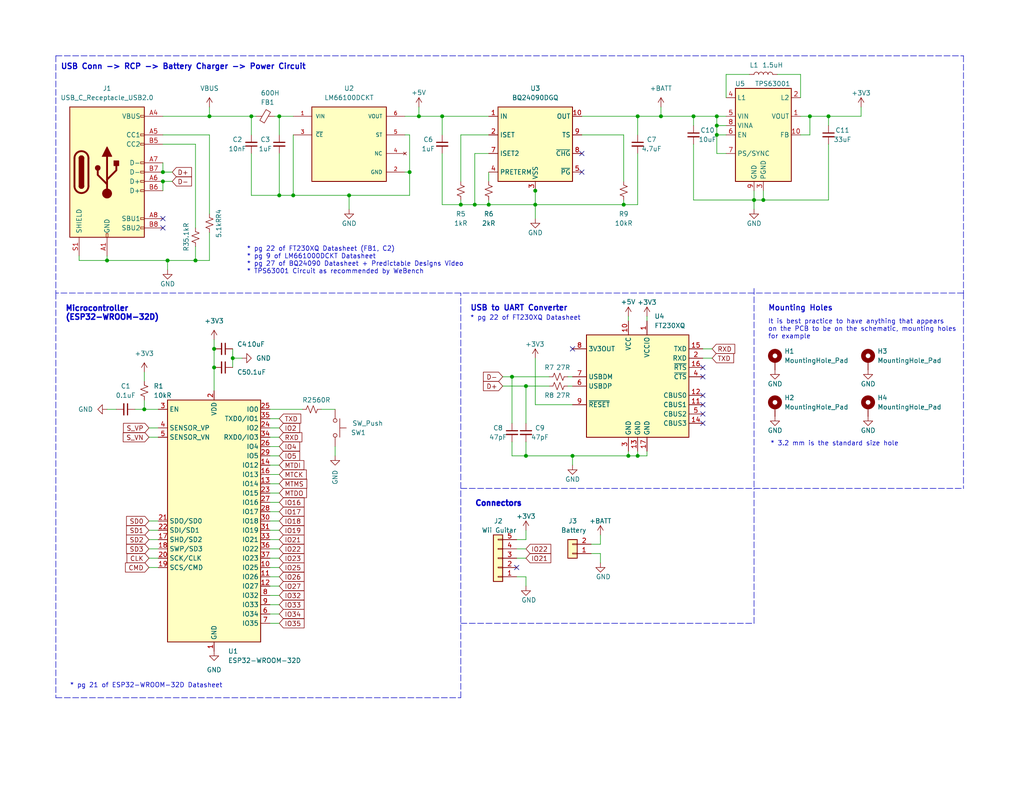
<source format=kicad_sch>
(kicad_sch (version 20211123) (generator eeschema)
  (paper "USLetter")
  (title_block (title "Wii Guitar to HID Converter") (date "2023-02-10") (comment 1 "Author: Kai Roy"))
  (lib_symbols
    (symbol "Battery_Management:BQ24090DGQ"
      (property "Reference" "U" (at -9.398 13.462 0))
      (property "Value" "BQ24090DGQ" (at -3.81 11.43 0))
      (symbol "BQ24090DGQ_0_1"
        (rectangle (start -10.16 10.16) (end 10.16 -10.16) (stroke (width 0.254)) (fill (type background)))
      )
      (symbol "BQ24090DGQ_1_1"
        (pin power_in line (at -12.7 7.62 0) (length 2.54) (name "IN") (number "1"))
        (pin power_out line (at 12.7 7.62 180) (length 2.54) (name "OUT") (number "10"))
        (pin passive line (at 0 -12.7 90) (length 2.54) hide (name "VSS") (number "11"))
        (pin passive line (at -12.7 2.54 0) (length 2.54) (name "ISET") (number "2"))
        (pin power_in line (at 0 -12.7 90) (length 2.54) (name "VSS") (number "3"))
        (pin passive line (at -12.7 -7.62 0) (length 2.54) (name "PRETERM") (number "4"))
        (pin open_collector line (at 12.7 -7.62 180) (length 2.54) (name "~{PG}") (number "5"))
        (pin no_connect line (at 5.08 -10.16 90) (length 2.54) hide (name "NC") (number "6"))
        (pin passive line (at -12.7 -2.54 0) (length 2.54) (name "ISET2") (number "7"))
        (pin open_collector line (at 12.7 -2.54 180) (length 2.54) (name "~{CHG}") (number "8"))
        (pin passive line (at 12.7 2.54 180) (length 2.54) (name "TS") (number "9"))
      )
    )
    (symbol "Connector:USB_C_Receptacle_USB2.0" (pin_names (offset 1.016))
      (property "Reference" "J" (at -10.16 19.05 0))
      (property "Value" "USB_C_Receptacle_USB2.0" (at 19.05 19.05 0))
      (symbol "USB_C_Receptacle_USB2.0_0_0"
        (rectangle (start -0.254 -17.78) (end 0.254 -16.764))
        (rectangle (start 10.16 -14.986) (end 9.144 -15.494))
        (rectangle (start 10.16 -12.446) (end 9.144 -12.954))
        (rectangle (start 10.16 -4.826) (end 9.144 -5.334))
        (rectangle (start 10.16 -2.286) (end 9.144 -2.794))
        (rectangle (start 10.16 0.254) (end 9.144 -0.254))
        (rectangle (start 10.16 2.794) (end 9.144 2.286))
        (rectangle (start 10.16 7.874) (end 9.144 7.366))
        (rectangle (start 10.16 10.414) (end 9.144 9.906))
        (rectangle (start 10.16 15.494) (end 9.144 14.986))
      )
      (symbol "USB_C_Receptacle_USB2.0_0_1"
        (rectangle (start -10.16 17.78) (end 10.16 -17.78) (stroke (width 0.254)) (fill (type background)))
        (arc (start -8.89 -3.81) (mid -6.985 -5.715) (end -5.08 -3.81) (stroke (width 0.508)))
        (arc (start -7.62 -3.81) (mid -6.985 -4.445) (end -6.35 -3.81) (stroke (width 0.254)))
        (arc (start -7.62 -3.81) (mid -6.985 -4.445) (end -6.35 -3.81) (stroke (width 0.254)) (fill (type outline)))
        (rectangle (start -7.62 -3.81) (end -6.35 3.81) (stroke (width 0.254)) (fill (type outline)))
        (arc (start -6.35 3.81) (mid -6.985 4.445) (end -7.62 3.81) (stroke (width 0.254)))
        (arc (start -6.35 3.81) (mid -6.985 4.445) (end -7.62 3.81) (stroke (width 0.254)) (fill (type outline)))
        (arc (start -5.08 3.81) (mid -6.985 5.715) (end -8.89 3.81) (stroke (width 0.508)))
        (circle (center -2.54 1.143) (radius 0.635) (stroke (width 0.254)) (fill (type outline)))
        (circle (center 0 -5.842) (radius 1.27) (fill (type outline)))
        (polyline (pts (xy -8.89 -3.81) (xy -8.89 3.81)) (stroke (width 0.508)))
        (polyline (pts (xy -5.08 3.81) (xy -5.08 -3.81)) (stroke (width 0.508)))
        (polyline (pts (xy 0 -5.842) (xy 0 4.318)) (stroke (width 0.508)))
        (polyline (pts (xy 0 -3.302) (xy -2.54 -0.762) (xy -2.54 0.508)) (stroke (width 0.508)))
        (polyline (pts (xy 0 -2.032) (xy 2.54 0.508) (xy 2.54 1.778)) (stroke (width 0.508)))
        (polyline (pts (xy -1.27 4.318) (xy 0 6.858) (xy 1.27 4.318) (xy -1.27 4.318)) (stroke (width 0.254)) (fill (type outline)))
        (rectangle (start 1.905 1.778) (end 3.175 3.048) (stroke (width 0.254)) (fill (type outline)))
      )
      (symbol "USB_C_Receptacle_USB2.0_1_1"
        (pin passive line (at 0 -22.86 90) (length 5.08) (name "GND") (number "A1"))
        (pin passive line (at 0 -22.86 90) (length 5.08) hide (name "GND") (number "A12"))
        (pin passive line (at 15.24 15.24 180) (length 5.08) (name "VBUS") (number "A4"))
        (pin bidirectional line (at 15.24 10.16 180) (length 5.08) (name "CC1") (number "A5"))
        (pin bidirectional line (at 15.24 -2.54 180) (length 5.08) (name "D+") (number "A6"))
        (pin bidirectional line (at 15.24 2.54 180) (length 5.08) (name "D-") (number "A7"))
        (pin bidirectional line (at 15.24 -12.7 180) (length 5.08) (name "SBU1") (number "A8"))
        (pin passive line (at 15.24 15.24 180) (length 5.08) hide (name "VBUS") (number "A9"))
        (pin passive line (at 0 -22.86 90) (length 5.08) hide (name "GND") (number "B1"))
        (pin passive line (at 0 -22.86 90) (length 5.08) hide (name "GND") (number "B12"))
        (pin passive line (at 15.24 15.24 180) (length 5.08) hide (name "VBUS") (number "B4"))
        (pin bidirectional line (at 15.24 7.62 180) (length 5.08) (name "CC2") (number "B5"))
        (pin bidirectional line (at 15.24 -5.08 180) (length 5.08) (name "D+") (number "B6"))
        (pin bidirectional line (at 15.24 0 180) (length 5.08) (name "D-") (number "B7"))
        (pin bidirectional line (at 15.24 -15.24 180) (length 5.08) (name "SBU2") (number "B8"))
        (pin passive line (at 15.24 15.24 180) (length 5.08) hide (name "VBUS") (number "B9"))
        (pin passive line (at -7.62 -22.86 90) (length 5.08) (name "SHIELD") (number "S1"))
      )
    )
    (symbol "Connector_Generic:Conn_01x02" (pin_names (offset 1.016) hide)
      (property "Reference" "J" (at 0 2.54 0))
      (property "Value" "Conn_01x02" (at 0 -5.08 0))
      (symbol "Conn_01x02_1_1"
        (rectangle (start -1.27 -2.413) (end 0 -2.667) (stroke (width 0.1524)))
        (rectangle (start -1.27 0.127) (end 0 -0.127) (stroke (width 0.1524)))
        (rectangle (start -1.27 1.27) (end 1.27 -3.81) (stroke (width 0.254)) (fill (type background)))
        (pin passive line (at -5.08 0 0) (length 3.81) (name "Pin_1") (number "1"))
        (pin passive line (at -5.08 -2.54 0) (length 3.81) (name "Pin_2") (number "2"))
      )
    )
    (symbol "Connector_Generic:Conn_01x05" (pin_names (offset 1.016) hide)
      (property "Reference" "J" (at 0 7.62 0))
      (property "Value" "Conn_01x05" (at 0 -7.62 0))
      (symbol "Conn_01x05_1_1"
        (rectangle (start -1.27 -4.953) (end 0 -5.207) (stroke (width 0.1524)))
        (rectangle (start -1.27 -2.413) (end 0 -2.667) (stroke (width 0.1524)))
        (rectangle (start -1.27 0.127) (end 0 -0.127) (stroke (width 0.1524)))
        (rectangle (start -1.27 2.667) (end 0 2.413) (stroke (width 0.1524)))
        (rectangle (start -1.27 5.207) (end 0 4.953) (stroke (width 0.1524)))
        (rectangle (start -1.27 6.35) (end 1.27 -6.35) (stroke (width 0.254)) (fill (type background)))
        (pin passive line (at -5.08 5.08 0) (length 3.81) (name "Pin_1") (number "1"))
        (pin passive line (at -5.08 2.54 0) (length 3.81) (name "Pin_2") (number "2"))
        (pin passive line (at -5.08 0 0) (length 3.81) (name "Pin_3") (number "3"))
        (pin passive line (at -5.08 -2.54 0) (length 3.81) (name "Pin_4") (number "4"))
        (pin passive line (at -5.08 -5.08 0) (length 3.81) (name "Pin_5") (number "5"))
      )
    )
    (symbol "Device:C_Small" (pin_numbers hide) (pin_names (offset 0.254) hide)
      (property "Reference" "C" (at 0.254 1.778 0))
      (property "Value" "C_Small" (at 0.254 -2.032 0))
      (symbol "C_Small_0_1"
        (polyline (pts (xy -1.524 -0.508) (xy 1.524 -0.508)) (stroke (width 0.3302)))
        (polyline (pts (xy -1.524 0.508) (xy 1.524 0.508)) (stroke (width 0.3048)))
      )
      (symbol "C_Small_1_1"
        (pin passive line (at 0 2.54 270) (length 2.032) (name "~") (number "1"))
        (pin passive line (at 0 -2.54 90) (length 2.032) (name "~") (number "2"))
      )
    )
    (symbol "Device:FerriteBead_Small" (pin_numbers hide) (pin_names (offset 0))
      (property "Reference" "FB" (at 1.905 1.27 0))
      (property "Value" "FerriteBead_Small" (at 1.905 -1.27 0))
      (symbol "FerriteBead_Small_0_1"
        (polyline (pts (xy 0 -1.27) (xy 0 -0.7874)))
        (polyline (pts (xy 0 0.889) (xy 0 1.2954)))
        (polyline (pts (xy -1.8288 0.2794) (xy -1.1176 1.4986) (xy 1.8288 -0.2032) (xy 1.1176 -1.4224) (xy -1.8288 0.2794)))
      )
      (symbol "FerriteBead_Small_1_1"
        (pin passive line (at 0 2.54 270) (length 1.27) (name "~") (number "1"))
        (pin passive line (at 0 -2.54 90) (length 1.27) (name "~") (number "2"))
      )
    )
    (symbol "Device:L" (pin_numbers hide) (pin_names (offset 1.016) hide)
      (property "Reference" "L" (at -1.27 0 90))
      (property "Value" "L" (at 1.905 0 90))
      (symbol "L_0_1"
        (arc (start 0 -2.54) (mid 0.635 -1.905) (end 0 -1.27))
        (arc (start 0 -1.27) (mid 0.635 -0.635) (end 0 0))
        (arc (start 0 0) (mid 0.635 0.635) (end 0 1.27))
        (arc (start 0 1.27) (mid 0.635 1.905) (end 0 2.54))
      )
      (symbol "L_1_1"
        (pin passive line (at 0 3.81 270) (length 1.27) (name "1") (number "1"))
        (pin passive line (at 0 -3.81 90) (length 1.27) (name "2") (number "2"))
      )
    )
    (symbol "Device:R_Small_US" (pin_numbers hide) (pin_names (offset 0.254) hide)
      (property "Reference" "R" (at 0.762 0.508 0))
      (property "Value" "R_Small_US" (at 0.762 -1.016 0))
      (symbol "R_Small_US_1_1"
        (polyline (pts (xy 0 0) (xy 1.016 -0.381) (xy 0 -0.762) (xy -1.016 -1.143) (xy 0 -1.524)))
        (polyline (pts (xy 0 1.524) (xy 1.016 1.143) (xy 0 0.762) (xy -1.016 0.381) (xy 0 0)))
        (pin passive line (at 0 2.54 270) (length 1.016) (name "~") (number "1"))
        (pin passive line (at 0 -2.54 90) (length 1.016) (name "~") (number "2"))
      )
    )
    (symbol "Interface_USB:FT230XQ"
      (property "Reference" "U" (at -13.97 15.24 0))
      (property "Value" "FT230XQ" (at 7.62 15.24 0))
      (symbol "FT230XQ_0_1"
        (rectangle (start -13.97 13.97) (end 13.97 -13.97) (stroke (width 0.254)) (fill (type background)))
      )
      (symbol "FT230XQ_1_1"
        (pin power_in line (at 2.54 17.78 270) (length 3.81) (name "VCCIO") (number "1"))
        (pin power_in line (at -2.54 17.78 270) (length 3.81) (name "VCC") (number "10"))
        (pin bidirectional line (at 17.78 -5.08 180) (length 3.81) (name "CBUS1") (number "11"))
        (pin bidirectional line (at 17.78 -2.54 180) (length 3.81) (name "CBUS0") (number "12"))
        (pin power_in line (at 0 -17.78 90) (length 3.81) (name "GND") (number "13"))
        (pin bidirectional line (at 17.78 -10.16 180) (length 3.81) (name "CBUS3") (number "14"))
        (pin output line (at 17.78 10.16 180) (length 3.81) (name "TXD") (number "15"))
        (pin output line (at 17.78 5.08 180) (length 3.81) (name "~{RTS}") (number "16"))
        (pin power_in line (at 2.54 -17.78 90) (length 3.81) (name "GND") (number "17"))
        (pin input line (at 17.78 7.62 180) (length 3.81) (name "RXD") (number "2"))
        (pin power_in line (at -2.54 -17.78 90) (length 3.81) (name "GND") (number "3"))
        (pin input line (at 17.78 2.54 180) (length 3.81) (name "~{CTS}") (number "4"))
        (pin bidirectional line (at 17.78 -7.62 180) (length 3.81) (name "CBUS2") (number "5"))
        (pin bidirectional line (at -17.78 0 0) (length 3.81) (name "USBDP") (number "6"))
        (pin bidirectional line (at -17.78 2.54 0) (length 3.81) (name "USBDM") (number "7"))
        (pin power_out line (at -17.78 10.16 0) (length 3.81) (name "3V3OUT") (number "8"))
        (pin input line (at -17.78 -5.08 0) (length 3.81) (name "~{RESET}") (number "9"))
      )
    )
    (symbol "LM66100DCKT:LM66100DCKT" (pin_names (offset 1.016))
      (property "Reference" "U" (at -10.16 10.922 0))
      (property "Value" "LM66100DCKT" (at -10.16 -10.922 0))
      (symbol "LM66100DCKT_0_0"
        (rectangle (start -10.16 -10.16) (end 10.16 10.16) (stroke (width 0.254)) (fill (type background)))
        (pin input line (at -15.24 7.62 0) (length 5.08) (name "VIN") (number "1"))
        (pin power_in line (at 15.24 -7.62 180) (length 5.08) (name "GND") (number "2"))
        (pin input line (at -15.24 2.54 0) (length 5.08) (name "~{CE}") (number "3"))
        (pin no_connect line (at 15.24 -2.54 180) (length 5.08) (name "NC") (number "4"))
        (pin output line (at 15.24 2.54 180) (length 5.08) (name "ST") (number "5"))
        (pin output line (at 15.24 7.62 180) (length 5.08) (name "VOUT") (number "6"))
      )
    )
    (symbol "Mechanical:MountingHole_Pad" (pin_numbers hide) (pin_names (offset 1.016) hide)
      (property "Reference" "H" (at 0 6.35 0))
      (property "Value" "MountingHole_Pad" (at 0 4.445 0))
      (symbol "MountingHole_Pad_0_1"
        (circle (center 0 1.27) (radius 1.27) (stroke (width 1.27)))
      )
      (symbol "MountingHole_Pad_1_1"
        (pin input line (at 0 -2.54 90) (length 2.54) (name "1") (number "1"))
      )
    )
    (symbol "RF_Module:ESP32-WROOM-32D"
      (property "Reference" "U" (at -12.7 34.29 0))
      (property "Value" "ESP32-WROOM-32D" (at 1.27 34.29 0))
      (symbol "ESP32-WROOM-32D_0_1"
        (rectangle (start -12.7 33.02) (end 12.7 -33.02) (stroke (width 0.254)) (fill (type background)))
      )
      (symbol "ESP32-WROOM-32D_1_1"
        (pin power_in line (at 0 -35.56 90) (length 2.54) (name "GND") (number "1"))
        (pin bidirectional line (at 15.24 -12.7 180) (length 2.54) (name "IO25") (number "10"))
        (pin bidirectional line (at 15.24 -15.24 180) (length 2.54) (name "IO26") (number "11"))
        (pin bidirectional line (at 15.24 -17.78 180) (length 2.54) (name "IO27") (number "12"))
        (pin bidirectional line (at 15.24 10.16 180) (length 2.54) (name "IO14") (number "13"))
        (pin bidirectional line (at 15.24 15.24 180) (length 2.54) (name "IO12") (number "14"))
        (pin passive line (at 0 -35.56 90) (length 2.54) hide (name "GND") (number "15"))
        (pin bidirectional line (at 15.24 12.7 180) (length 2.54) (name "IO13") (number "16"))
        (pin bidirectional line (at -15.24 -5.08 0) (length 2.54) (name "SHD/SD2") (number "17"))
        (pin bidirectional line (at -15.24 -7.62 0) (length 2.54) (name "SWP/SD3") (number "18"))
        (pin bidirectional line (at -15.24 -12.7 0) (length 2.54) (name "SCS/CMD") (number "19"))
        (pin power_in line (at 0 35.56 270) (length 2.54) (name "VDD") (number "2"))
        (pin bidirectional line (at -15.24 -10.16 0) (length 2.54) (name "SCK/CLK") (number "20"))
        (pin bidirectional line (at -15.24 0 0) (length 2.54) (name "SDO/SD0") (number "21"))
        (pin bidirectional line (at -15.24 -2.54 0) (length 2.54) (name "SDI/SD1") (number "22"))
        (pin bidirectional line (at 15.24 7.62 180) (length 2.54) (name "IO15") (number "23"))
        (pin bidirectional line (at 15.24 25.4 180) (length 2.54) (name "IO2") (number "24"))
        (pin bidirectional line (at 15.24 30.48 180) (length 2.54) (name "IO0") (number "25"))
        (pin bidirectional line (at 15.24 20.32 180) (length 2.54) (name "IO4") (number "26"))
        (pin bidirectional line (at 15.24 5.08 180) (length 2.54) (name "IO16") (number "27"))
        (pin bidirectional line (at 15.24 2.54 180) (length 2.54) (name "IO17") (number "28"))
        (pin bidirectional line (at 15.24 17.78 180) (length 2.54) (name "IO5") (number "29"))
        (pin input line (at -15.24 30.48 0) (length 2.54) (name "EN") (number "3"))
        (pin bidirectional line (at 15.24 0 180) (length 2.54) (name "IO18") (number "30"))
        (pin bidirectional line (at 15.24 -2.54 180) (length 2.54) (name "IO19") (number "31"))
        (pin no_connect line (at -12.7 -27.94 0) (length 2.54) hide (name "NC") (number "32"))
        (pin bidirectional line (at 15.24 -5.08 180) (length 2.54) (name "IO21") (number "33"))
        (pin bidirectional line (at 15.24 22.86 180) (length 2.54) (name "RXD0/IO3") (number "34"))
        (pin bidirectional line (at 15.24 27.94 180) (length 2.54) (name "TXD0/IO1") (number "35"))
        (pin bidirectional line (at 15.24 -7.62 180) (length 2.54) (name "IO22") (number "36"))
        (pin bidirectional line (at 15.24 -10.16 180) (length 2.54) (name "IO23") (number "37"))
        (pin passive line (at 0 -35.56 90) (length 2.54) hide (name "GND") (number "38"))
        (pin passive line (at 0 -35.56 90) (length 2.54) hide (name "GND") (number "39"))
        (pin input line (at -15.24 25.4 0) (length 2.54) (name "SENSOR_VP") (number "4"))
        (pin input line (at -15.24 22.86 0) (length 2.54) (name "SENSOR_VN") (number "5"))
        (pin input line (at 15.24 -25.4 180) (length 2.54) (name "IO34") (number "6"))
        (pin input line (at 15.24 -27.94 180) (length 2.54) (name "IO35") (number "7"))
        (pin bidirectional line (at 15.24 -20.32 180) (length 2.54) (name "IO32") (number "8"))
        (pin bidirectional line (at 15.24 -22.86 180) (length 2.54) (name "IO33") (number "9"))
      )
    )
    (symbol "Regulator_Switching:TPS63001"
      (property "Reference" "U" (at -7.62 13.97 0))
      (property "Value" "TPS63001" (at 5.08 13.97 0))
      (symbol "TPS63001_0_1"
        (rectangle (start -7.62 12.7) (end 7.62 -12.7) (stroke (width 0.254)) (fill (type background)))
      )
      (symbol "TPS63001_1_1"
        (pin power_out line (at 10.16 5.08 180) (length 2.54) (name "VOUT") (number "1"))
        (pin input line (at 10.16 0 180) (length 2.54) (name "FB") (number "10"))
        (pin passive line (at 0 -15.24 90) (length 2.54) hide (name "PGND") (number "11"))
        (pin input line (at 10.16 10.16 180) (length 2.54) (name "L2") (number "2"))
        (pin power_in line (at 0 -15.24 90) (length 2.54) (name "PGND") (number "3"))
        (pin input line (at -10.16 10.16 0) (length 2.54) (name "L1") (number "4"))
        (pin power_in line (at -10.16 5.08 0) (length 2.54) (name "VIN") (number "5"))
        (pin input line (at -10.16 0 0) (length 2.54) (name "EN") (number "6"))
        (pin input line (at -10.16 -5.08 0) (length 2.54) (name "PS/SYNC") (number "7"))
        (pin power_in line (at -10.16 2.54 0) (length 2.54) (name "VINA") (number "8"))
        (pin power_in line (at -2.54 -15.24 90) (length 2.54) (name "GND") (number "9"))
      )
    )
    (symbol "Switch:SW_Push" (pin_numbers hide) (pin_names (offset 1.016) hide)
      (property "Reference" "SW" (at 1.27 2.54 0))
      (property "Value" "SW_Push" (at 0 -1.524 0))
      (symbol "SW_Push_0_1"
        (circle (center -2.032 0) (radius 0.508))
        (polyline (pts (xy 0 1.27) (xy 0 3.048)))
        (polyline (pts (xy 2.54 1.27) (xy -2.54 1.27)))
        (circle (center 2.032 0) (radius 0.508))
        (pin passive line (at -5.08 0 0) (length 2.54) (name "1") (number "1"))
        (pin passive line (at 5.08 0 180) (length 2.54) (name "2") (number "2"))
      )
    )
    (symbol "power:+3V3" (power) (pin_names (offset 0))
      (property "Value" "+3V3" (at 0 3.556 0))
      (symbol "+3V3_0_1"
        (polyline (pts (xy -0.762 1.27) (xy 0 2.54)))
        (polyline (pts (xy 0 0) (xy 0 2.54)))
        (polyline (pts (xy 0 2.54) (xy 0.762 1.27)))
      )
      (symbol "+3V3_1_1"
        (pin power_in line (at 0 0 90) (length 0) hide (name "+3V3") (number "1"))
      )
    )
    (symbol "power:+5V" (power) (pin_names (offset 0))
      (property "Value" "+5V" (at 0 3.556 0))
      (symbol "+5V_0_1"
        (polyline (pts (xy -0.762 1.27) (xy 0 2.54)))
        (polyline (pts (xy 0 0) (xy 0 2.54)))
        (polyline (pts (xy 0 2.54) (xy 0.762 1.27)))
      )
      (symbol "+5V_1_1"
        (pin power_in line (at 0 0 90) (length 0) hide (name "+5V") (number "1"))
      )
    )
    (symbol "power:+BATT" (power) (pin_names (offset 0))
      (property "Value" "+BATT" (at 0 3.556 0))
      (symbol "+BATT_0_1"
        (polyline (pts (xy -0.762 1.27) (xy 0 2.54)))
        (polyline (pts (xy 0 0) (xy 0 2.54)))
        (polyline (pts (xy 0 2.54) (xy 0.762 1.27)))
      )
      (symbol "+BATT_1_1"
        (pin power_in line (at 0 0 90) (length 0) hide (name "+BATT") (number "1"))
      )
    )
    (symbol "power:GND" (power) (pin_names (offset 0))
      (property "Value" "GND" (at 0 -3.81 0))
      (symbol "GND_0_1"
        (polyline (pts (xy 0 0) (xy 0 -1.27) (xy 1.27 -1.27) (xy 0 -2.54) (xy -1.27 -1.27) (xy 0 -1.27)))
      )
      (symbol "GND_1_1"
        (pin power_in line (at 0 0 270) (length 0) hide (name "GND") (number "1"))
      )
    )
    (symbol "power:VBUS" (power) (pin_names (offset 0))
      (property "Value" "VBUS" (at 0 3.81 0))
      (symbol "VBUS_0_1"
        (polyline (pts (xy -0.762 1.27) (xy 0 2.54)))
        (polyline (pts (xy 0 0) (xy 0 2.54)))
        (polyline (pts (xy 0 2.54) (xy 0.762 1.27)))
      )
      (symbol "VBUS_1_1"
        (pin power_in line (at 0 0 90) (length 0) hide (name "VBUS") (number "1"))
      )
    )
  )
  (junction (at 139.7 102.87))
  (junction (at 125.73 55.88))
  (junction (at 76.2 53.34))
  (junction (at 170.18 55.88))
  (junction (at 180.34 31.75))
  (junction (at 58.42 95.25))
  (junction (at 58.42 100.33))
  (junction (at 156.21 124.46))
  (junction (at 29.21 71.12))
  (junction (at 111.76 46.99))
  (junction (at 45.72 71.12))
  (junction (at 133.35 55.88))
  (junction (at 53.34 71.12))
  (junction (at 44.45 46.99))
  (junction (at 63.5 97.79))
  (junction (at 120.65 31.75))
  (junction (at 39.37 111.76))
  (junction (at 173.99 31.75))
  (junction (at 68.58 31.75))
  (junction (at 189.23 31.75))
  (junction (at 143.51 105.41))
  (junction (at 205.74 54.61))
  (junction (at 171.45 124.46))
  (junction (at 80.01 53.34))
  (junction (at 195.58 31.75))
  (junction (at 146.05 55.88))
  (junction (at 173.99 124.46))
  (junction (at 143.51 124.46))
  (junction (at 226.06 31.75))
  (junction (at 57.15 31.75))
  (junction (at 114.3 31.75))
  (junction (at 95.25 53.34))
  (junction (at 195.58 34.29))
  (junction (at 208.28 54.61))
  (junction (at 195.58 36.83))
  (junction (at 76.2 31.75))
  (junction (at 146.05 52.07))
  (junction (at 220.98 31.75))
  (junction (at 129.54 55.88))
  (junction (at 44.45 49.53))
  (no_connect (at 191.77 113.03))
  (no_connect (at 191.77 100.33))
  (no_connect (at 158.75 41.91))
  (no_connect (at 191.77 115.57))
  (no_connect (at 156.21 95.25))
  (no_connect (at 191.77 110.49))
  (no_connect (at 191.77 102.87))
  (no_connect (at 140.97 154.94))
  (no_connect (at 44.45 62.23))
  (no_connect (at 44.45 59.69))
  (no_connect (at 191.77 107.95))
  (no_connect (at 158.75 46.99))
  (wire (pts (xy 44.45 49.53) (xy 46.99 49.53)))
  (wire (pts (xy 45.72 71.12) (xy 45.72 73.66)))
  (wire (pts (xy 140.97 147.32) (xy 143.51 147.32)))
  (wire (pts (xy 39.37 111.76) (xy 43.18 111.76)))
  (wire (pts (xy 158.75 36.83) (xy 170.18 36.83)))
  (wire (pts (xy 170.18 54.61) (xy 170.18 55.88)))
  (wire (pts (xy 76.2 36.83) (xy 76.2 31.75)))
  (wire (pts (xy 189.23 39.37) (xy 189.23 54.61)))
  (wire (pts (xy 125.73 54.61) (xy 125.73 55.88)))
  (wire (pts (xy 173.99 41.91) (xy 173.99 55.88)))
  (wire (pts (xy 114.3 29.21) (xy 114.3 31.75)))
  (wire (pts (xy 73.66 134.62) (xy 76.2 134.62)))
  (wire (pts (xy 120.65 36.83) (xy 120.65 31.75)))
  (wire (pts (xy 171.45 86.36) (xy 171.45 87.63)))
  (wire (pts (xy 195.58 36.83) (xy 198.12 36.83)))
  (wire (pts (xy 111.76 46.99) (xy 111.76 53.34)))
  (wire (pts (xy 204.47 20.32) (xy 198.12 20.32)))
  (wire (pts (xy 95.25 53.34) (xy 95.25 57.15)))
  (wire (pts (xy 40.64 144.78) (xy 43.18 144.78)))
  (wire (pts (xy 36.83 111.76) (xy 39.37 111.76)))
  (wire (pts (xy 73.66 165.1) (xy 76.2 165.1)))
  (wire (pts (xy 29.21 111.76) (xy 31.75 111.76)))
  (wire (pts (xy 133.35 41.91) (xy 129.54 41.91)))
  (wire (pts (xy 218.44 20.32) (xy 218.44 26.67)))
  (wire (pts (xy 133.35 46.99) (xy 133.35 49.53)))
  (wire (pts (xy 189.23 31.75) (xy 189.23 34.29)))
  (wire (pts (xy 73.66 162.56) (xy 76.2 162.56)))
  (polyline (pts (xy 262.89 15.24) (xy 262.89 80.01)))
  (wire (pts (xy 171.45 124.46) (xy 156.21 124.46)))
  (wire (pts (xy 146.05 55.88) (xy 146.05 59.69)))
  (wire (pts (xy 53.34 39.37) (xy 53.34 62.23)))
  (polyline (pts (xy 125.73 190.5) (xy 125.73 80.01)))
  (wire (pts (xy 44.45 31.75) (xy 57.15 31.75)))
  (wire (pts (xy 143.51 144.78) (xy 143.51 147.32)))
  (wire (pts (xy 195.58 34.29) (xy 195.58 31.75)))
  (wire (pts (xy 40.64 142.24) (xy 43.18 142.24)))
  (wire (pts (xy 40.64 152.4) (xy 43.18 152.4)))
  (wire (pts (xy 163.83 148.59) (xy 163.83 146.05)))
  (wire (pts (xy 73.66 121.92) (xy 76.2 121.92)))
  (wire (pts (xy 53.34 67.31) (xy 53.34 71.12)))
  (wire (pts (xy 111.76 53.34) (xy 95.25 53.34)))
  (wire (pts (xy 146.05 97.79) (xy 146.05 110.49)))
  (wire (pts (xy 44.45 49.53) (xy 44.45 52.07)))
  (wire (pts (xy 73.66 147.32) (xy 76.2 147.32)))
  (wire (pts (xy 171.45 124.46) (xy 173.99 124.46)))
  (wire (pts (xy 40.64 147.32) (xy 43.18 147.32)))
  (wire (pts (xy 189.23 31.75) (xy 195.58 31.75)))
  (wire (pts (xy 44.45 39.37) (xy 53.34 39.37)))
  (wire (pts (xy 40.64 119.38) (xy 43.18 119.38)))
  (wire (pts (xy 57.15 31.75) (xy 68.58 31.75)))
  (wire (pts (xy 73.66 124.46) (xy 76.2 124.46)))
  (wire (pts (xy 176.53 124.46) (xy 176.53 123.19)))
  (wire (pts (xy 140.97 157.48) (xy 143.51 157.48)))
  (wire (pts (xy 73.66 154.94) (xy 76.2 154.94)))
  (wire (pts (xy 205.74 54.61) (xy 205.74 57.15)))
  (wire (pts (xy 21.59 71.12) (xy 21.59 69.85)))
  (wire (pts (xy 29.21 71.12) (xy 29.21 69.85)))
  (wire (pts (xy 205.74 52.07) (xy 205.74 54.61)))
  (wire (pts (xy 95.25 53.34) (xy 80.01 53.34)))
  (wire (pts (xy 68.58 31.75) (xy 69.85 31.75)))
  (wire (pts (xy 133.35 36.83) (xy 125.73 36.83)))
  (wire (pts (xy 171.45 124.46) (xy 171.45 123.19)))
  (wire (pts (xy 80.01 36.83) (xy 80.01 53.34)))
  (wire (pts (xy 205.74 54.61) (xy 208.28 54.61)))
  (wire (pts (xy 170.18 36.83) (xy 170.18 49.53)))
  (wire (pts (xy 137.16 105.41) (xy 143.51 105.41)))
  (wire (pts (xy 140.97 149.86) (xy 143.51 149.86)))
  (wire (pts (xy 58.42 100.33) (xy 58.42 106.68)))
  (wire (pts (xy 143.51 120.65) (xy 143.51 124.46)))
  (wire (pts (xy 73.66 114.3) (xy 76.2 114.3)))
  (wire (pts (xy 68.58 53.34) (xy 76.2 53.34)))
  (wire (pts (xy 73.66 170.18) (xy 76.2 170.18)))
  (wire (pts (xy 114.3 31.75) (xy 110.49 31.75)))
  (wire (pts (xy 73.66 157.48) (xy 76.2 157.48)))
  (wire (pts (xy 73.66 137.16) (xy 76.2 137.16)))
  (wire (pts (xy 226.06 31.75) (xy 234.95 31.75)))
  (wire (pts (xy 146.05 55.88) (xy 170.18 55.88)))
  (wire (pts (xy 180.34 31.75) (xy 189.23 31.75)))
  (wire (pts (xy 180.34 29.21) (xy 180.34 31.75)))
  (wire (pts (xy 139.7 120.65) (xy 139.7 124.46)))
  (wire (pts (xy 143.51 105.41) (xy 149.86 105.41)))
  (wire (pts (xy 139.7 102.87) (xy 139.7 115.57)))
  (wire (pts (xy 76.2 41.91) (xy 76.2 53.34)))
  (wire (pts (xy 198.12 41.91) (xy 195.58 41.91)))
  (wire (pts (xy 129.54 55.88) (xy 133.35 55.88)))
  (wire (pts (xy 111.76 46.99) (xy 110.49 46.99)))
  (wire (pts (xy 111.76 36.83) (xy 111.76 46.99)))
  (polyline (pts (xy 125.73 170.18) (xy 205.74 170.18)))
  (polyline (pts (xy 262.89 80.01) (xy 262.89 133.35)))
  (wire (pts (xy 143.51 157.48) (xy 143.51 160.02)))
  (wire (pts (xy 73.66 119.38) (xy 76.2 119.38)))
  (wire (pts (xy 73.66 116.84) (xy 76.2 116.84)))
  (wire (pts (xy 110.49 36.83) (xy 111.76 36.83)))
  (wire (pts (xy 156.21 127) (xy 156.21 124.46)))
  (wire (pts (xy 163.83 151.13) (xy 163.83 153.67)))
  (polyline (pts (xy 15.24 15.24) (xy 15.24 80.01)))
  (wire (pts (xy 198.12 20.32) (xy 198.12 26.67)))
  (polyline (pts (xy 262.89 80.01) (xy 15.24 80.01)))
  (wire (pts (xy 146.05 110.49) (xy 156.21 110.49)))
  (wire (pts (xy 74.93 31.75) (xy 76.2 31.75)))
  (wire (pts (xy 139.7 124.46) (xy 143.51 124.46)))
  (wire (pts (xy 226.06 31.75) (xy 226.06 34.29)))
  (wire (pts (xy 143.51 124.46) (xy 156.21 124.46)))
  (wire (pts (xy 58.42 92.71) (xy 58.42 95.25)))
  (wire (pts (xy 170.18 55.88) (xy 173.99 55.88)))
  (wire (pts (xy 73.66 167.64) (xy 76.2 167.64)))
  (wire (pts (xy 129.54 41.91) (xy 129.54 55.88)))
  (wire (pts (xy 63.5 95.25) (xy 63.5 97.79)))
  (wire (pts (xy 29.21 71.12) (xy 45.72 71.12)))
  (wire (pts (xy 173.99 124.46) (xy 176.53 124.46)))
  (wire (pts (xy 120.65 41.91) (xy 120.65 55.88)))
  (wire (pts (xy 68.58 41.91) (xy 68.58 53.34)))
  (wire (pts (xy 73.66 139.7) (xy 76.2 139.7)))
  (wire (pts (xy 68.58 31.75) (xy 68.58 36.83)))
  (wire (pts (xy 176.53 86.36) (xy 176.53 87.63)))
  (wire (pts (xy 133.35 55.88) (xy 146.05 55.88)))
  (wire (pts (xy 73.66 149.86) (xy 76.2 149.86)))
  (wire (pts (xy 146.05 52.07) (xy 146.05 55.88)))
  (wire (pts (xy 76.2 53.34) (xy 80.01 53.34)))
  (wire (pts (xy 191.77 97.79) (xy 194.31 97.79)))
  (wire (pts (xy 133.35 55.88) (xy 133.35 54.61)))
  (wire (pts (xy 73.66 144.78) (xy 76.2 144.78)))
  (wire (pts (xy 73.66 127) (xy 76.2 127)))
  (wire (pts (xy 125.73 55.88) (xy 129.54 55.88)))
  (wire (pts (xy 73.66 111.76) (xy 82.55 111.76)))
  (wire (pts (xy 189.23 54.61) (xy 205.74 54.61)))
  (wire (pts (xy 226.06 39.37) (xy 226.06 54.61)))
  (wire (pts (xy 21.59 71.12) (xy 29.21 71.12)))
  (wire (pts (xy 44.45 46.99) (xy 46.99 46.99)))
  (polyline (pts (xy 205.74 170.18) (xy 205.74 133.35)))
  (wire (pts (xy 39.37 101.6) (xy 39.37 104.14)))
  (wire (pts (xy 220.98 31.75) (xy 218.44 31.75)))
  (wire (pts (xy 173.99 31.75) (xy 180.34 31.75)))
  (wire (pts (xy 173.99 31.75) (xy 173.99 36.83)))
  (wire (pts (xy 226.06 54.61) (xy 208.28 54.61)))
  (wire (pts (xy 195.58 31.75) (xy 198.12 31.75)))
  (wire (pts (xy 154.94 105.41) (xy 156.21 105.41)))
  (wire (pts (xy 57.15 29.21) (xy 57.15 31.75)))
  (wire (pts (xy 40.64 149.86) (xy 43.18 149.86)))
  (wire (pts (xy 114.3 31.75) (xy 120.65 31.75)))
  (wire (pts (xy 195.58 34.29) (xy 198.12 34.29)))
  (wire (pts (xy 87.63 111.76) (xy 91.44 111.76)))
  (wire (pts (xy 125.73 36.83) (xy 125.73 49.53)))
  (wire (pts (xy 143.51 105.41) (xy 143.51 115.57)))
  (wire (pts (xy 53.34 71.12) (xy 57.15 71.12)))
  (polyline (pts (xy 15.24 190.5) (xy 125.73 190.5)))
  (wire (pts (xy 137.16 102.87) (xy 139.7 102.87)))
  (wire (pts (xy 146.05 50.8) (xy 146.05 52.07)))
  (wire (pts (xy 40.64 116.84) (xy 43.18 116.84)))
  (wire (pts (xy 220.98 31.75) (xy 226.06 31.75)))
  (wire (pts (xy 120.65 31.75) (xy 133.35 31.75)))
  (wire (pts (xy 173.99 124.46) (xy 173.99 123.19)))
  (wire (pts (xy 234.95 29.21) (xy 234.95 31.75)))
  (wire (pts (xy 218.44 36.83) (xy 220.98 36.83)))
  (wire (pts (xy 191.77 95.25) (xy 194.31 95.25)))
  (polyline (pts (xy 15.24 80.01) (xy 15.24 190.5)))
  (wire (pts (xy 154.94 102.87) (xy 156.21 102.87)))
  (wire (pts (xy 57.15 36.83) (xy 57.15 58.42)))
  (wire (pts (xy 57.15 63.5) (xy 57.15 71.12)))
  (wire (pts (xy 140.97 152.4) (xy 143.51 152.4)))
  (wire (pts (xy 44.45 36.83) (xy 57.15 36.83)))
  (wire (pts (xy 63.5 97.79) (xy 66.04 97.79)))
  (wire (pts (xy 208.28 52.07) (xy 208.28 54.61)))
  (wire (pts (xy 40.64 154.94) (xy 43.18 154.94)))
  (wire (pts (xy 158.75 31.75) (xy 173.99 31.75)))
  (wire (pts (xy 195.58 41.91) (xy 195.58 36.83)))
  (wire (pts (xy 161.29 148.59) (xy 163.83 148.59)))
  (wire (pts (xy 39.37 109.22) (xy 39.37 111.76)))
  (wire (pts (xy 195.58 36.83) (xy 195.58 34.29)))
  (wire (pts (xy 45.72 71.12) (xy 53.34 71.12)))
  (wire (pts (xy 73.66 129.54) (xy 76.2 129.54)))
  (wire (pts (xy 212.09 20.32) (xy 218.44 20.32)))
  (wire (pts (xy 73.66 152.4) (xy 76.2 152.4)))
  (wire (pts (xy 220.98 36.83) (xy 220.98 31.75)))
  (wire (pts (xy 76.2 31.75) (xy 80.01 31.75)))
  (polyline (pts (xy 125.73 133.35) (xy 262.89 133.35)))
  (wire (pts (xy 58.42 95.25) (xy 58.42 100.33)))
  (wire (pts (xy 73.66 132.08) (xy 76.2 132.08)))
  (wire (pts (xy 161.29 151.13) (xy 163.83 151.13)))
  (wire (pts (xy 73.66 160.02) (xy 76.2 160.02)))
  (wire (pts (xy 63.5 97.79) (xy 63.5 100.33)))
  (wire (pts (xy 139.7 102.87) (xy 149.86 102.87)))
  (wire (pts (xy 73.66 142.24) (xy 76.2 142.24)))
  (polyline (pts (xy 205.74 78.74) (xy 205.74 133.35)))
  (wire (pts (xy 44.45 44.45) (xy 44.45 46.99)))
  (wire (pts (xy 91.44 121.92) (xy 91.44 124.46)))
  (polyline (pts (xy 15.24 15.24) (xy 262.89 15.24)))
  (wire (pts (xy 120.65 55.88) (xy 125.73 55.88)))
  (text "USB Conn -> RCP -> Battery Charger -> Power Circuit\n\n" (at 16.51 21.59 0) (effects (font (size 1.5 1.5) bold) (justify left bottom)))
  (text "Comments" (at 309.88 16.51 0) (effects (font (size 2.5 2.5) (thickness 0.5) bold) (justify left bottom)))
  (text "USB to UART Converter" (at 128.27 85.09 0) (effects (font (size 1.5 1.5) bold) (justify left bottom)))
  (text "Connectors" (at 129.54 138.43 0) (effects (font (size 1.5 1.5) (thickness 0.5) bold) (justify left bottom)))
  (text "It is best practice to have anything that appears\non the PCB to be on the schematic, mounting holes\nfor example\n" (at 209.55 92.71 0) (effects (font (size 1.27 1.27)) (justify left bottom)))
  (text "* pg 22 of FT230XQ Datasheet (FB1, C2)\n* pg 9 of LM661000DCKT Datasheet\n* pg 27 of BQ24090 Datasheet + Predictable Designs Video\n* TPS63001 Circuit as recommended by WeBench" (at 67.31 74.93 0) (effects (font (size 1.27 1.27)) (justify left bottom)))
  (text "USB C Vert connector?\nReconfigure mounting holes (Plate them as well)\nFind U2 Footprint (Check libraries on laptop)\n" (at 309.88 30.48 0) (effects (font (size 2.5 2.5)) (justify left bottom)))
  (text "* pg 22 of FT230XQ Datasheet" (at 128.27 87.63 0) (effects (font (size 1.27 1.27)) (justify left bottom)))
  (text "Mounting Holes" (at 209.55 85.09 0) (effects (font (size 1.5 1.5) (thickness 0.254) bold) (justify left bottom)))
  (text "* pg 21 of ESP32-WROOM-32D Datasheet" (at 19.05 187.96 0) (effects (font (size 1.27 1.27)) (justify left bottom)))
  (text "Microcontroller \n(ESP32-WROOM-32D)" (at 17.78 87.63 0) (effects (font (size 1.5 1.5) (thickness 0.35) bold) (justify left bottom)))
  (text "* 3.2 mm is the standard size hole" (at 210.185 121.92 0) (effects (font (size 1.27 1.27)) (justify left bottom)))
  (global_label "CLK" (shape input) (at 40.64 152.4 180) (property "Intersheet References" "${INTERSHEET_REFS}" (effects hide)))
  (global_label "IO34" (shape input) (at 76.2 167.64 0) (property "Intersheet References" "${INTERSHEET_REFS}" (effects hide)))
  (global_label "MTMS" (shape input) (at 76.2 132.08 0) (property "Intersheet References" "${INTERSHEET_REFS}" (effects hide)))
  (global_label "RXD" (shape input) (at 76.2 119.38 0) (property "Intersheet References" "${INTERSHEET_REFS}" (effects hide)))
  (global_label "IO5" (shape input) (at 76.2 124.46 0) (property "Intersheet References" "${INTERSHEET_REFS}" (effects hide)))
  (global_label "IO33" (shape input) (at 76.2 165.1 0) (property "Intersheet References" "${INTERSHEET_REFS}" (effects hide)))
  (global_label "IO18" (shape input) (at 76.2 142.24 0) (property "Intersheet References" "${INTERSHEET_REFS}" (effects hide)))
  (global_label "TXD" (shape input) (at 194.31 97.79 0) (property "Intersheet References" "${INTERSHEET_REFS}" (effects hide)))
  (global_label "S_VP" (shape input) (at 40.64 116.84 180) (property "Intersheet References" "${INTERSHEET_REFS}" (effects hide)))
  (global_label "TXD" (shape input) (at 76.2 114.3 0) (property "Intersheet References" "${INTERSHEET_REFS}" (effects hide)))
  (global_label "SD1" (shape input) (at 40.64 144.78 180) (property "Intersheet References" "${INTERSHEET_REFS}" (effects hide)))
  (global_label "SD0" (shape input) (at 40.64 142.24 180) (property "Intersheet References" "${INTERSHEET_REFS}" (effects hide)))
  (global_label "MTDO" (shape input) (at 76.2 134.62 0) (property "Intersheet References" "${INTERSHEET_REFS}" (effects hide)))
  (global_label "IO16" (shape input) (at 76.2 137.16 0) (property "Intersheet References" "${INTERSHEET_REFS}" (effects hide)))
  (global_label "IO23" (shape input) (at 76.2 152.4 0) (property "Intersheet References" "${INTERSHEET_REFS}" (effects hide)))
  (global_label "IO17" (shape input) (at 76.2 139.7 0) (property "Intersheet References" "${INTERSHEET_REFS}" (effects hide)))
  (global_label "D+" (shape input) (at 137.16 105.41 180) (property "Intersheet References" "${INTERSHEET_REFS}" (effects hide)))
  (global_label "IO22" (shape input) (at 143.51 149.86 0) (property "Intersheet References" "${INTERSHEET_REFS}" (effects hide)))
  (global_label "IO21" (shape input) (at 76.2 147.32 0) (property "Intersheet References" "${INTERSHEET_REFS}" (effects hide)))
  (global_label "IO35" (shape input) (at 76.2 170.18 0) (property "Intersheet References" "${INTERSHEET_REFS}" (effects hide)))
  (global_label "IO2" (shape input) (at 76.2 116.84 0) (property "Intersheet References" "${INTERSHEET_REFS}" (effects hide)))
  (global_label "CMD" (shape input) (at 40.64 154.94 180) (property "Intersheet References" "${INTERSHEET_REFS}" (effects hide)))
  (global_label "IO19" (shape input) (at 76.2 144.78 0) (property "Intersheet References" "${INTERSHEET_REFS}" (effects hide)))
  (global_label "MTDI" (shape input) (at 76.2 127 0) (property "Intersheet References" "${INTERSHEET_REFS}" (effects hide)))
  (global_label "IO26" (shape input) (at 76.2 157.48 0) (property "Intersheet References" "${INTERSHEET_REFS}" (effects hide)))
  (global_label "IO25" (shape input) (at 76.2 154.94 0) (property "Intersheet References" "${INTERSHEET_REFS}" (effects hide)))
  (global_label "MTCK" (shape input) (at 76.2 129.54 0) (property "Intersheet References" "${INTERSHEET_REFS}" (effects hide)))
  (global_label "IO21" (shape input) (at 143.51 152.4 0) (property "Intersheet References" "${INTERSHEET_REFS}" (effects hide)))
  (global_label "D-" (shape input) (at 46.99 49.53 0) (property "Intersheet References" "${INTERSHEET_REFS}" (effects hide)))
  (global_label "D+" (shape input) (at 46.99 46.99 0) (property "Intersheet References" "${INTERSHEET_REFS}" (effects hide)))
  (global_label "RXD" (shape input) (at 194.31 95.25 0) (property "Intersheet References" "${INTERSHEET_REFS}" (effects hide)))
  (global_label "S_VN" (shape input) (at 40.64 119.38 180) (property "Intersheet References" "${INTERSHEET_REFS}" (effects hide)))
  (global_label "IO4" (shape input) (at 76.2 121.92 0) (property "Intersheet References" "${INTERSHEET_REFS}" (effects hide)))
  (global_label "IO22" (shape input) (at 76.2 149.86 0) (property "Intersheet References" "${INTERSHEET_REFS}" (effects hide)))
  (global_label "IO27" (shape input) (at 76.2 160.02 0) (property "Intersheet References" "${INTERSHEET_REFS}" (effects hide)))
  (global_label "SD2" (shape input) (at 40.64 147.32 180) (property "Intersheet References" "${INTERSHEET_REFS}" (effects hide)))
  (global_label "IO32" (shape input) (at 76.2 162.56 0) (property "Intersheet References" "${INTERSHEET_REFS}" (effects hide)))
  (global_label "D-" (shape input) (at 137.16 102.87 180) (property "Intersheet References" "${INTERSHEET_REFS}" (effects hide)))
  (global_label "SD3" (shape input) (at 40.64 149.86 180) (property "Intersheet References" "${INTERSHEET_REFS}" (effects hide)))
  (symbol (lib_id "Device:C_Small") (at 76.2 39.37 0) (unit 1)
    (property "Reference" "C3" (at 72.39 38.1 0))
    (property "Value" "1uF" (at 72.39 40.64 0))
    (property "Footprint" "Capacitor_SMD:C_0805_2012Metric_Pad1.18x1.45mm_HandSolder" (effects hide))
    (property "Digikey" "1276-6471-1-ND" (effects hide))
  )
  (symbol (lib_id "power:GND") (at 95.25 57.15 0) (unit 1)
    (property "Reference" "#PWR01" (effects hide))
    (property "Value" "GND" (at 93.2225 61.0106 0) (effects (justify left)))
  )
  (symbol (lib_id "Device:C_Small") (at 226.06 36.83 0) (unit 1)
    (property "Reference" "C11" (at 229.87 35.56 0))
    (property "Value" "33uF" (at 229.87 38.1 0))
    (property "Footprint" "Capacitor_SMD:C_0805_2012Metric_Pad1.18x1.45mm_HandSolder" (effects hide))
    (property "Digikey" "445-8238-1-ND" (effects hide))
  )
  (symbol (lib_id "RF_Module:ESP32-WROOM-32D") (at 58.42 142.24 0) (unit 1)
    (property "Reference" "U1" (at 62.23 177.8 0) (effects (justify left)))
    (property "Value" "ESP32-WROOM-32D" (at 62.23 180.34 0) (effects (justify left)))
    (property "Footprint" "RF_Module:ESP32-WROOM-32" (effects hide))
    (property "Datasheet" "https://www.espressif.com/sites/default/files/documentation/esp32-wroom-32d_esp32-wroom-32u_datasheet_en.pdf" (effects hide))
    (property "Digikey" "1965-ESP32-WROOM-32D(4MBHIGHTEMP)CT-ND" (effects hide))
  )
  (symbol (lib_id "power:GND") (at 66.04 97.79 90) (unit 1)
    (property "Reference" "#PWR0112" (effects hide))
    (property "Value" "GND" (at 69.85 97.7899 90) (effects (justify right)))
  )
  (symbol (lib_id "power:GND") (at 29.21 111.76 270) (unit 1)
    (property "Reference" "#PWR0101" (effects hide))
    (property "Value" "GND" (at 25.4 111.7599 90) (effects (justify right)))
  )
  (symbol (lib_id "Device:R_Small_US") (at 152.4 105.41 270) (unit 1)
    (property "Reference" "R8" (at 149.86 107.95 90))
    (property "Value" "27R" (at 153.67 107.95 90))
    (property "Footprint" "Resistor_SMD:R_0805_2012Metric_Pad1.20x1.40mm_HandSolder" (effects hide))
    (property "Digikey" "738-RMCF0805FT27R0CT-ND" (effects hide))
  )
  (symbol (lib_id "Connector_Generic:Conn_01x02") (at 156.21 151.13 180) (unit 1)
    (property "Reference" "J3" (at 157.48 142.24 0) (effects (justify left)))
    (property "Value" "Battery" (at 160.02 144.78 0) (effects (justify left)))
    (property "Footprint" "Connector_JST:JST_PH_B2B-PH-K_1x02_P2.00mm_Vertical" (effects hide))
  )
  (symbol (lib_id "Device:L") (at 208.28 20.32 90) (unit 1)
    (property "Reference" "L1" (at 205.74 17.78 90))
    (property "Value" "1.5uH" (at 210.82 17.78 90))
    (property "Footprint" "Inductor_SMD:L_Wuerth_MAPI-1610" (effects hide))
    (property "Resistance" "70mR" (effects hide))
    (property "Digikey" "732-78438313015CT-ND" (effects hide))
  )
  (symbol (lib_id "Device:R_Small_US") (at 39.37 106.68 0) (unit 1)
    (property "Reference" "R1" (at 41.91 105.4099 0) (effects (justify left)))
    (property "Value" "10kR" (at 41.91 107.9499 0) (effects (justify left)))
    (property "Footprint" "Resistor_SMD:R_0805_2012Metric_Pad1.20x1.40mm_HandSolder" (effects hide))
    (property "Digikey" "RNCP0805FTD10K0CT-ND" (effects hide))
  )
  (symbol (lib_id "Device:R_Small_US") (at 133.35 52.07 180) (unit 1)
    (property "Reference" "R6" (at 133.35 58.42 0))
    (property "Value" "2kR" (at 133.35 60.96 0))
    (property "Footprint" "Resistor_SMD:R_0805_2012Metric_Pad1.20x1.40mm_HandSolder" (effects hide))
    (property "Digikey" "P2.0KBSCT-ND" (effects hide))
  )
  (symbol (lib_id "power:+BATT") (at 180.34 29.21 0) (unit 1)
    (property "Reference" "#PWR010" (effects hide))
    (property "Value" "+BATT" (at 180.34 24.13 0))
  )
  (symbol (lib_id "power:+BATT") (at 163.83 146.05 0) (unit 1)
    (property "Reference" "#PWR08" (effects hide))
    (property "Value" "+BATT" (at 163.83 142.24 0))
  )
  (symbol (lib_id "Mechanical:MountingHole_Pad") (at 236.855 98.425 0) (unit 1)
    (property "Reference" "H3" (at 239.395 95.8849 0) (effects (justify left)))
    (property "Value" "MountingHole_Pad" (at 239.395 98.4249 0) (effects (justify left)))
    (property "Footprint" "MountingHole:MountingHole_3.2mm_M3_ISO14580_Pad_TopBottom" (effects hide))
  )
  (symbol (lib_id "power:+3V3") (at 143.51 144.78 0) (unit 1)
    (property "Reference" "#PWR06" (effects hide))
    (property "Value" "+3V3" (at 143.51 140.97 0))
  )
  (symbol (lib_id "LM66100DCKT:LM66100DCKT") (at 95.25 39.37 0) (unit 1)
    (property "Reference" "U2" (at 95.25 24.13 0))
    (property "Value" "LM66100DCKT" (at 95.25 26.67 0))
    (property "Footprint" "Package_TO_SOT_SMD:SOT-363_SC-70-6" (effects hide))
    (property "PARTREV" "Rev. A" (effects hide))
    (property "STANDARD" "IPC 7351B" (effects hide))
    (property "MAXIMUM_PACKAGE_HEIGHT" "1.1 mm" (effects hide))
    (property "MANUFACTURER" "Texas Instruments" (effects hide))
    (property "Digikey" "296-53540-1-ND" (effects hide))
  )
  (symbol (lib_id "power:VBUS") (at 57.15 29.21 0) (unit 1)
    (property "Reference" "#PWR05" (effects hide))
    (property "Value" "VBUS" (at 57.15 24.13 0))
  )
  (symbol (lib_id "power:GND") (at 211.455 113.665 0) (unit 1)
    (property "Reference" "#PWR012" (effects hide))
    (property "Value" "GND" (at 209.4275 117.5256 0) (effects (justify left)))
  )
  (symbol (lib_id "Device:C_Small") (at 143.51 118.11 0) (unit 1)
    (property "Reference" "C9" (at 147.32 116.84 0))
    (property "Value" "47pF" (at 147.32 119.38 0))
    (property "Footprint" "Capacitor_SMD:C_0805_2012Metric_Pad1.18x1.45mm_HandSolder" (effects hide))
    (property "Digikey" "311-1107-1-ND" (effects hide))
  )
  (symbol (lib_id "Mechanical:MountingHole_Pad") (at 211.455 98.425 0) (unit 1)
    (property "Reference" "H1" (at 213.995 95.8849 0) (effects (justify left)))
    (property "Value" "MountingHole_Pad" (at 213.995 98.4249 0) (effects (justify left)))
    (property "Footprint" "MountingHole:MountingHole_3.2mm_M3_ISO14580_Pad_TopBottom" (effects hide))
  )
  (symbol (lib_id "power:GND") (at 211.455 100.965 0) (unit 1)
    (property "Reference" "#PWR011" (effects hide))
    (property "Value" "GND" (at 209.4275 104.8256 0) (effects (justify left)))
  )
  (symbol (lib_id "Regulator_Switching:TPS63001") (at 208.28 36.83 0) (unit 1)
    (property "Reference" "U5" (at 201.93 22.86 0))
    (property "Value" "TPS63001" (at 210.82 22.86 0))
    (property "Footprint" "Package_SON:Texas_DRC0010J_ThermalVias" (effects hide))
    (property "Datasheet" "http://www.ti.com/lit/ds/symlink/tps63000.pdf" (effects hide))
  )
  (symbol (lib_id "power:+3V3") (at 146.05 97.79 0) (unit 1)
    (property "Reference" "#PWR0123" (effects hide))
    (property "Value" "+3V3" (at 148.59 93.98 0) (effects (justify right)))
  )
  (symbol (lib_id "Device:R_Small_US") (at 125.73 52.07 0) (unit 1)
    (property "Reference" "R5" (at 125.73 58.42 0))
    (property "Value" "1kR" (at 125.73 60.96 0))
    (property "Footprint" "Resistor_SMD:R_0805_2012Metric_Pad1.20x1.40mm_HandSolder" (effects hide))
    (property "Digikey" "P1.0KBFCT-ND" (effects hide))
  )
  (symbol (lib_id "Device:R_Small_US") (at 85.09 111.76 90) (unit 1)
    (property "Reference" "R2" (at 83.82 109.22 90))
    (property "Value" "560R" (at 87.63 109.22 90))
    (property "Footprint" "Resistor_SMD:R_0805_2012Metric_Pad1.20x1.40mm_HandSolder" (effects hide))
    (property "Digikey" "13-RT0805FRE07560RLCT-ND" (effects hide))
  )
  (symbol (lib_id "Battery_Management:BQ24090DGQ") (at 146.05 39.37 0) (unit 1)
    (property "Reference" "U3" (at 146.05 24.13 0))
    (property "Value" "BQ24090DGQ" (at 146.05 26.67 0))
    (property "Footprint" "Package_SO:HVSSOP-10-1EP_3x3mm_P0.5mm_EP1.57x1.88mm_ThermalVias" (effects hide))
    (property "Datasheet" "http://www.ti.com/lit/ds/symlink/bq24090.pdf" (effects hide))
  )
  (symbol (lib_id "Device:C_Small") (at 139.7 118.11 0) (unit 1)
    (property "Reference" "C8" (at 135.89 116.84 0))
    (property "Value" "47pF" (at 135.89 119.38 0))
    (property "Footprint" "Capacitor_SMD:C_0805_2012Metric_Pad1.18x1.45mm_HandSolder" (effects hide))
    (property "Digikey" "311-1107-1-ND" (effects hide))
  )
  (symbol (lib_id "Device:FerriteBead_Small") (at 72.39 31.75 90) (unit 1)
    (property "Reference" "FB1" (at 71.12 27.94 90) (effects (justify right)))
    (property "Value" "600H" (at 71.12 25.4 90) (effects (justify right)))
    (property "Footprint" "Inductor_SMD:L_0805_2012Metric_Pad1.15x1.40mm_HandSolder" (effects hide))
    (property "Datasheet" "https://www.vishay.com/docs/34102/ilhb.pdf" (effects hide))
    (property "Digikey" "541-2302-1-ND" (effects hide))
  )
  (symbol (lib_id "Device:C_Small") (at 34.29 111.76 270) (unit 1)
    (property "Reference" "C1" (at 34.29 105.41 90))
    (property "Value" "0.1uF" (at 34.29 107.95 90))
    (property "Footprint" "Capacitor_SMD:C_0805_2012Metric_Pad1.18x1.45mm_HandSolder" (effects hide))
    (property "Digikey" "399-C0805C104K5RAC3123CT-ND" (effects hide))
  )
  (symbol (lib_id "power:+3V3") (at 234.95 29.21 0) (unit 1)
    (property "Reference" "#PWR04" (effects hide))
    (property "Value" "+3V3" (at 234.95 25.4 0))
  )
  (symbol (lib_id "power:GND") (at 205.74 57.15 0) (unit 1)
    (property "Reference" "#PWR03" (effects hide))
    (property "Value" "GND" (at 203.7125 61.0106 0) (effects (justify left)))
  )
  (symbol (lib_id "Device:C_Small") (at 189.23 36.83 0) (unit 1)
    (property "Reference" "C10" (at 193.04 35.56 0))
    (property "Value" "10uF" (at 193.04 38.1 0))
    (property "Footprint" "Capacitor_SMD:C_0805_2012Metric_Pad1.18x1.45mm_HandSolder" (effects hide))
    (property "Digikey" "1276-1096-1-ND" (effects hide))
  )
  (symbol (lib_id "Device:C_Small") (at 68.58 39.37 180) (unit 1)
    (property "Reference" "C2" (at 64.77 38.1 0))
    (property "Value" "10nF" (at 64.77 40.64 0))
    (property "Footprint" "Capacitor_SMD:C_0805_2012Metric_Pad1.18x1.45mm_HandSolder" (effects hide))
    (property "Digikey" "13-CC0805KPX7R9BB103CT-ND" (effects hide))
  )
  (symbol (lib_id "power:+5V") (at 114.3 29.21 0) (unit 1)
    (property "Reference" "#PWR0108" (effects hide))
    (property "Value" "+5V" (at 114.243 25.2865 0))
  )
  (symbol (lib_id "Device:R_Small_US") (at 152.4 102.87 270) (unit 1)
    (property "Reference" "R7" (at 149.86 100.33 90))
    (property "Value" "27R" (at 153.67 100.33 90))
    (property "Footprint" "Resistor_SMD:R_0805_2012Metric_Pad1.20x1.40mm_HandSolder" (effects hide))
    (property "Digikey" "738-RMCF0805FT27R0CT-ND" (effects hide))
  )
  (symbol (lib_id "Device:C_Small") (at 120.65 39.37 0) (unit 1)
    (property "Reference" "C6" (at 116.84 38.1 0))
    (property "Value" "1uF" (at 116.84 40.64 0))
    (property "Footprint" "Capacitor_SMD:C_0805_2012Metric_Pad1.18x1.45mm_HandSolder" (effects hide))
    (property "Digikey" "1276-6471-1-ND" (effects hide))
  )
  (symbol (lib_id "Connector_Generic:Conn_01x05") (at 135.89 152.4 180) (unit 1)
    (property "Reference" "J2" (at 137.16 142.24 0) (effects (justify left)))
    (property "Value" "Wii Guitar" (at 140.97 144.78 0) (effects (justify left)))
    (property "Footprint" "Connector_JST:JST_PH_B5B-PH-K_1x05_P2.00mm_Vertical" (effects hide))
  )
  (symbol (lib_id "power:GND") (at 45.72 73.66 0) (unit 1)
    (property "Reference" "#PWR0102" (effects hide))
    (property "Value" "GND" (at 43.6925 77.5206 0) (effects (justify left)))
  )
  (symbol (lib_id "Switch:SW_Push") (at 91.44 116.84 270) (unit 1)
    (property "Reference" "SW1" (at 97.79 118.11 90))
    (property "Value" "SW_Push" (at 100.33 115.57 90))
    (property "Footprint" "Button_Switch_THT:SW_PUSH_6mm" (effects hide))
    (property "Digikey" "486-3458-ND" (effects hide))
  )
  (symbol (lib_id "power:GND") (at 236.855 113.665 0) (unit 1)
    (property "Reference" "#PWR014" (effects hide))
    (property "Value" "GND" (at 234.8275 117.5256 0) (effects (justify left)))
  )
  (symbol (lib_id "power:GND") (at 143.51 160.02 0) (unit 1)
    (property "Reference" "#PWR07" (effects hide))
    (property "Value" "GND" (at 142.24 163.83 0) (effects (justify left)))
  )
  (symbol (lib_id "Interface_USB:FT230XQ") (at 173.99 105.41 0) (unit 1)
    (property "Reference" "U4" (at 178.5494 86.36 0) (effects (justify left)))
    (property "Value" "FT230XQ" (at 178.5494 88.9 0) (effects (justify left)))
    (property "Footprint" "Package_DFN_QFN:QFN-16-1EP_4x4mm_P0.65mm_EP2.1x2.1mm" (effects hide))
    (property "Datasheet" "https://www.ftdichip.com/Support/Documents/DataSheets/ICs/DS_FT230X.pdf" (effects hide))
    (property "Digikey" "768-1130-1-ND" (effects hide))
  )
  (symbol (lib_id "Device:R_Small_US") (at 57.15 60.96 180) (unit 1)
    (property "Reference" "R4" (at 59.69 58.42 90))
    (property "Value" "5.1kR" (at 59.69 62.23 90))
    (property "Footprint" "Resistor_SMD:R_0805_2012Metric_Pad1.20x1.40mm_HandSolder" (effects hide))
    (property "Digikey" "P5.1KDACT-ND" (effects hide))
  )
  (symbol (lib_id "Device:C_Small") (at 60.96 95.25 270) (unit 1)
    (property "Reference" "C4" (at 66.04 93.98 90))
    (property "Value" "10uF" (at 69.85 93.98 90))
    (property "Footprint" "Capacitor_SMD:C_0805_2012Metric_Pad1.18x1.45mm_HandSolder" (effects hide))
    (property "Digikey" "1276-1096-1-ND" (effects hide))
  )
  (symbol (lib_id "power:GND") (at 156.21 127 0) (unit 1)
    (property "Reference" "#PWR0124" (effects hide))
    (property "Value" "GND" (at 154.1825 130.8606 0) (effects (justify left)))
  )
  (symbol (lib_id "Mechanical:MountingHole_Pad") (at 236.855 111.125 0) (unit 1)
    (property "Reference" "H4" (at 239.395 108.5849 0) (effects (justify left)))
    (property "Value" "MountingHole_Pad" (at 239.395 111.1249 0) (effects (justify left)))
    (property "Footprint" "MountingHole:MountingHole_3.2mm_M3_ISO14580_Pad_TopBottom" (effects hide))
  )
  (symbol (lib_id "power:GND") (at 236.855 100.965 0) (unit 1)
    (property "Reference" "#PWR013" (effects hide))
    (property "Value" "GND" (at 234.8275 104.8256 0) (effects (justify left)))
  )
  (symbol (lib_id "power:GND") (at 163.83 153.67 0) (unit 1)
    (property "Reference" "#PWR09" (effects hide))
    (property "Value" "GND" (at 162.56 157.48 0) (effects (justify left)))
  )
  (symbol (lib_id "Device:R_Small_US") (at 53.34 64.77 0) (unit 1)
    (property "Reference" "R3" (at 50.8 67.31 90))
    (property "Value" "5.1kR" (at 50.8 63.5 90))
    (property "Footprint" "Resistor_SMD:R_0805_2012Metric_Pad1.20x1.40mm_HandSolder" (effects hide))
    (property "Digikey" "P5.1KDACT-ND" (effects hide))
  )
  (symbol (lib_id "power:+5V") (at 171.45 86.36 0) (unit 1)
    (property "Reference" "#PWR0122" (effects hide))
    (property "Value" "+5V" (at 171.393 82.4365 0))
  )
  (symbol (lib_id "Connector:USB_C_Receptacle_USB2.0") (at 29.21 46.99 0) (unit 1)
    (property "Reference" "J1" (at 29.21 24.13 0))
    (property "Value" "USB_C_Receptacle_USB2.0" (at 29.21 26.67 0))
    (property "Footprint" "Connector_USB:USB_C_Receptacle_JAE_DX07S024WJ1R350" (effects hide))
    (property "Datasheet" "https://www.usb.org/sites/default/files/documents/usb_type-c.zip" (effects hide))
    (property "Digikey" "670-2949-1-ND" (effects hide))
  )
  (symbol (lib_id "power:+3V3") (at 176.53 86.36 0) (unit 1)
    (property "Reference" "#PWR0121" (effects hide))
    (property "Value" "+3V3" (at 176.53 82.55 0))
  )
  (symbol (lib_id "Mechanical:MountingHole_Pad") (at 211.455 111.125 0) (unit 1)
    (property "Reference" "H2" (at 213.995 108.5849 0) (effects (justify left)))
    (property "Value" "MountingHole_Pad" (at 213.995 111.1249 0) (effects (justify left)))
    (property "Footprint" "MountingHole:MountingHole_3.2mm_M3_ISO14580_Pad_TopBottom" (effects hide))
  )
  (symbol (lib_id "power:+3V3") (at 58.42 92.71 0) (unit 1)
    (property "Reference" "#PWR0113" (effects hide))
    (property "Value" "+3V3" (at 58.42 87.63 0))
  )
  (symbol (lib_id "power:GND") (at 91.44 124.46 0) (unit 1)
    (property "Reference" "#PWR0115" (effects hide))
    (property "Value" "GND" (at 91.4401 128.27 90) (effects (justify right)))
  )
  (symbol (lib_id "power:+3V3") (at 39.37 101.6 0) (unit 1)
    (property "Reference" "#PWR0103" (effects hide))
    (property "Value" "+3V3" (at 39.37 96.52 0))
  )
  (symbol (lib_id "Device:R_Small_US") (at 170.18 52.07 180) (unit 1)
    (property "Reference" "R9" (at 170.18 58.42 0))
    (property "Value" "10kR" (at 170.18 60.96 0))
    (property "Footprint" "Resistor_SMD:R_0805_2012Metric_Pad1.20x1.40mm_HandSolder" (effects hide))
    (property "Digikey" "RNCP0805FTD10K0CT-ND" (effects hide))
  )
  (symbol (lib_id "Device:C_Small") (at 173.99 39.37 0) (unit 1)
    (property "Reference" "C7" (at 177.8 38.1 0))
    (property "Value" "4.7uF" (at 177.8 40.64 0))
    (property "Footprint" "Capacitor_SMD:C_0805_2012Metric_Pad1.18x1.45mm_HandSolder" (effects hide))
    (property "Digikey" "1276-1244-1-ND" (effects hide))
  )
  (symbol (lib_id "Device:C_Small") (at 60.96 100.33 270) (unit 1)
    (property "Reference" "C5" (at 66.04 101.6 90))
    (property "Value" "0.1uF" (at 69.85 101.6 90))
    (property "Footprint" "Capacitor_SMD:C_0805_2012Metric_Pad1.18x1.45mm_HandSolder" (effects hide))
    (property "Digikey" "399-C0805C104K5RAC3123CT-ND" (effects hide))
  )
  (symbol (lib_id "power:GND") (at 58.42 177.8 0) (unit 1)
    (property "Reference" "#PWR0114" (effects hide))
    (property "Value" "GND" (at 58.42 182.88 0))
  )
  (symbol (lib_id "power:GND") (at 146.05 59.69 0) (unit 1)
    (property "Reference" "#PWR02" (effects hide))
    (property "Value" "GND" (at 144.0225 63.5506 0) (effects (justify left)))
  )
)
</source>
